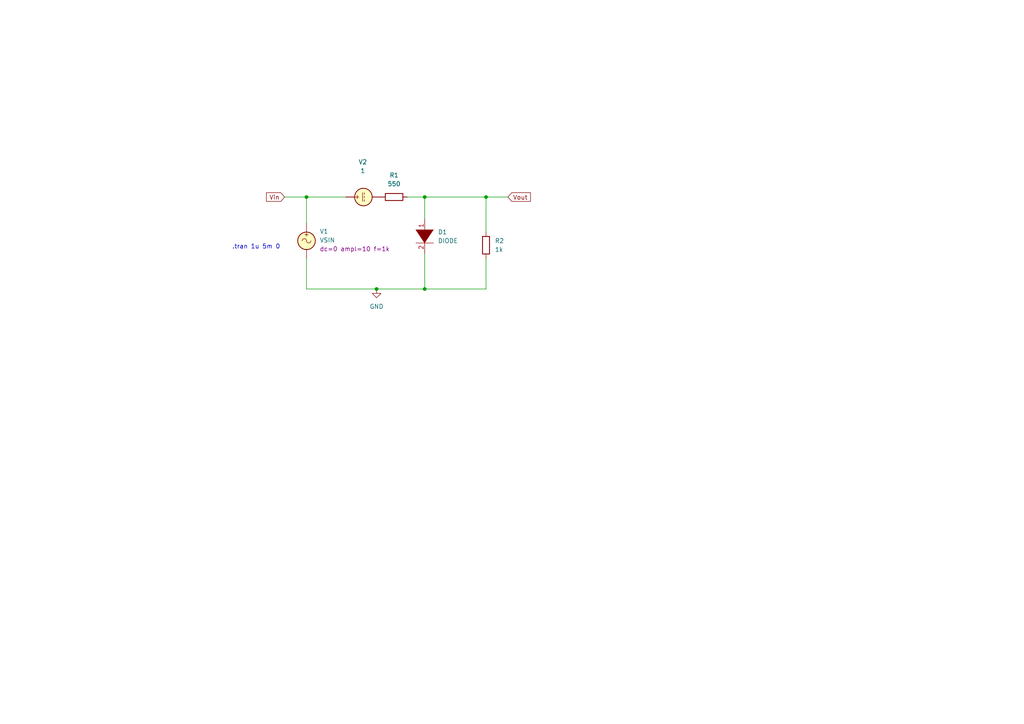
<source format=kicad_sch>
(kicad_sch (version 20211123) (generator eeschema)
  (paper "A4")
  (lib_symbols
    (symbol "Device:R" (pin_numbers hide) (pin_names (offset 0))
      (property "Reference" "R" (at 2.032 0 90))
      (property "Value" "R" (at 0 0 90))
      (symbol "R_0_1"
        (rectangle (start -1.016 -2.54) (end 1.016 2.54) (stroke (width 0.254)))
      )
      (symbol "R_1_1"
        (pin passive line (at 0 3.81 270) (length 1.27) (name "~") (number "1"))
        (pin passive line (at 0 -3.81 90) (length 1.27) (name "~") (number "2"))
      )
    )
    (symbol "Simulation_SPICE:VDC" (pin_numbers hide) (pin_names (offset 0.0254))
      (property "Reference" "V" (at 2.54 2.54 0))
      (property "Value" "VDC" (at 2.54 0 0))
      (property "Spice_Model" "dc(1)" (at 2.54 -2.54 0))
      (symbol "VDC_0_0"
        (polyline (pts (xy -1.27 0.254) (xy 1.27 0.254)))
        (polyline (pts (xy -0.762 -0.254) (xy -1.27 -0.254)))
        (polyline (pts (xy 0.254 -0.254) (xy -0.254 -0.254)))
        (polyline (pts (xy 1.27 -0.254) (xy 0.762 -0.254)))
        (text "+" (at 0 1.905 0) (effects (font (size 1.27 1.27))))
      )
      (symbol "VDC_0_1"
        (circle (center 0 0) (radius 2.54) (stroke (width 0.254)) (fill (type background)))
      )
      (symbol "VDC_1_1"
        (pin passive line (at 0 5.08 270) (length 2.54) (name "~") (number "1"))
        (pin passive line (at 0 -5.08 90) (length 2.54) (name "~") (number "2"))
      )
    )
    (symbol "Simulation_SPICE:VSIN" (pin_numbers hide) (pin_names (offset 0.0254))
      (property "Reference" "V" (at 2.54 2.54 0))
      (property "Value" "VSIN" (at 2.54 0 0))
      (property "Spice_Model" "sin(0 1 1k)" (at 2.54 -2.54 0))
      (symbol "VSIN_0_0"
        (arc (start 0 0) (mid -0.635 0.635) (end -1.27 0))
        (arc (start 0 0) (mid 0.635 -0.635) (end 1.27 0))
        (text "+" (at 0 1.905 0) (effects (font (size 1.27 1.27))))
      )
      (symbol "VSIN_0_1"
        (circle (center 0 0) (radius 2.54) (stroke (width 0.254)) (fill (type background)))
      )
      (symbol "VSIN_1_1"
        (pin passive line (at 0 5.08 270) (length 2.54) (name "~") (number "1"))
        (pin passive line (at 0 -5.08 90) (length 2.54) (name "~") (number "2"))
      )
    )
    (symbol "power:GND" (power) (pin_names (offset 0))
      (property "Value" "GND" (at 0 -3.81 0))
      (symbol "GND_0_1"
        (polyline (pts (xy 0 0) (xy 0 -1.27) (xy 1.27 -1.27) (xy 0 -2.54) (xy -1.27 -1.27) (xy 0 -1.27)))
      )
      (symbol "GND_1_1"
        (pin power_in line (at 0 0 270) (length 0) hide (name "GND") (number "1"))
      )
    )
    (symbol "pspice:DIODE" (pin_names (offset 1.016) hide)
      (property "Reference" "D" (at 0 3.81 0))
      (property "Value" "DIODE" (at 0 -4.445 0))
      (symbol "DIODE_0_1"
        (polyline (pts (xy 1.905 2.54) (xy 1.905 -2.54)))
        (polyline (pts (xy -1.905 2.54) (xy -1.905 -2.54) (xy 1.905 0)) (fill (type outline)))
      )
      (symbol "DIODE_1_1"
        (pin input line (at -5.08 0 0) (length 3.81) (name "K") (number "1"))
        (pin input line (at 5.08 0 180) (length 3.81) (name "A") (number "2"))
      )
    )
  )
  (junction (at 109.22 83.82))
  (junction (at 140.97 57.15))
  (junction (at 123.19 57.15))
  (junction (at 123.19 83.82))
  (junction (at 88.9 57.15))
  (wire (pts (xy 82.55 57.15) (xy 88.9 57.15)))
  (wire (pts (xy 140.97 74.93) (xy 140.97 83.82)))
  (wire (pts (xy 88.9 64.77) (xy 88.9 57.15)))
  (wire (pts (xy 109.22 83.82) (xy 123.19 83.82)))
  (wire (pts (xy 88.9 74.93) (xy 88.9 83.82)))
  (wire (pts (xy 123.19 57.15) (xy 140.97 57.15)))
  (wire (pts (xy 88.9 57.15) (xy 100.33 57.15)))
  (wire (pts (xy 140.97 57.15) (xy 140.97 67.31)))
  (wire (pts (xy 123.19 83.82) (xy 140.97 83.82)))
  (wire (pts (xy 123.19 57.15) (xy 123.19 63.5)))
  (wire (pts (xy 118.11 57.15) (xy 123.19 57.15)))
  (wire (pts (xy 88.9 83.82) (xy 109.22 83.82)))
  (wire (pts (xy 123.19 73.66) (xy 123.19 83.82)))
  (wire (pts (xy 140.97 57.15) (xy 147.32 57.15)))
  (text ".tran 1u 5m 0" (at 67.31 72.39 0) (effects (font (size 1.27 1.27)) (justify left bottom)))
  (global_label "Vin" (shape input) (at 82.55 57.15 180) (property "Intersheet References" "${INTERSHEET_REFS}" (effects hide)))
  (global_label "Vout" (shape input) (at 147.32 57.15 0) (property "Intersheet References" "${INTERSHEET_REFS}" (effects hide)))
  (symbol (lib_id "pspice:DIODE") (at 123.19 68.58 270) (unit 1)
    (property "Reference" "D1" (at 127 67.3099 90) (effects (justify left)))
    (property "Value" "DIODE" (at 127 69.8499 90) (effects (justify left)))
    (property "Spice_Primitive" "D" (effects hide))
    (property "Spice_Model" "D1N4002" (effects hide))
    (property "Spice_Netlist_Enabled" "Y" (effects hide))
    (property "Spice_Lib_File" "/home/idiot/d1n4002.lib" (effects hide))
  )
  (symbol (lib_id "Simulation_SPICE:VDC") (at 105.41 57.15 90) (unit 1)
    (property "Reference" "V2" (at 105.2202 46.99 90))
    (property "Value" "VDC" (at 105.2202 49.53 90))
    (property "Spice_Netlist_Enabled" "Y" (effects hide))
    (property "Spice_Primitive" "V" (effects hide))
    (property "Spice_Model" "dc(1)" (at 105.2202 52.07 90))
  )
  (symbol (lib_id "Simulation_SPICE:VSIN") (at 88.9 69.85 0) (unit 1)
    (property "Reference" "V1" (at 92.71 67.1201 0) (effects (justify left)))
    (property "Value" "VSIN" (at 92.71 69.6601 0) (effects (justify left)))
    (property "Spice_Netlist_Enabled" "Y" (effects hide))
    (property "Spice_Primitive" "V" (effects hide))
    (property "Spice_Model" "sin(0 10 1k)" (at 92.71 72.2001 0) (effects (justify left)))
  )
  (symbol (lib_id "power:GND") (at 109.22 83.82 0) (unit 1)
    (property "Reference" "#PWR01" (effects hide))
    (property "Value" "GND" (at 109.22 88.9 0))
  )
  (symbol (lib_id "Device:R") (at 114.3 57.15 90) (unit 1)
    (property "Reference" "R1" (at 114.3 50.8 90))
    (property "Value" "550" (at 114.3 53.34 90))
  )
  (symbol (lib_id "Device:R") (at 140.97 71.12 0) (unit 1)
    (property "Reference" "R2" (at 143.51 69.8499 0) (effects (justify left)))
    (property "Value" "1k" (at 143.51 72.3899 0) (effects (justify left)))
  )
)
</source>
